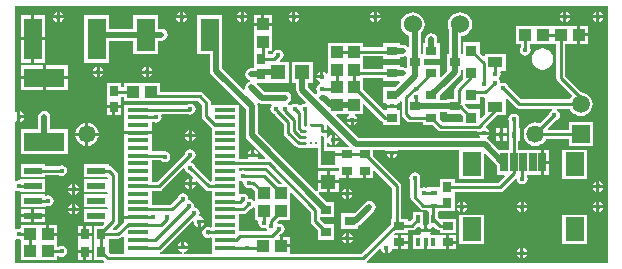
<source format=gtl>
G04 Layer_Physical_Order=1*
G04 Layer_Color=255*
%FSLAX25Y25*%
%MOIN*%
G70*
G01*
G75*
%ADD10R,0.04000X0.04000*%
%ADD11R,0.02756X0.03543*%
%ADD12R,0.04000X0.04000*%
%ADD13R,0.05000X0.03600*%
%ADD14R,0.03600X0.03600*%
%ADD15R,0.03543X0.03150*%
%ADD16R,0.01181X0.02953*%
%ADD17R,0.02756X0.03543*%
%ADD18R,0.06102X0.02362*%
%ADD19R,0.05000X0.05000*%
%ADD20R,0.03543X0.02756*%
%ADD21R,0.00984X0.01083*%
%ADD22R,0.01083X0.00984*%
%ADD23R,0.01575X0.02362*%
%ADD24R,0.07087X0.01181*%
%ADD25R,0.06299X0.11024*%
%ADD26R,0.05000X0.05000*%
%ADD27R,0.02362X0.01575*%
%ADD28R,0.06299X0.13780*%
%ADD29R,0.13780X0.06299*%
%ADD30R,0.06299X0.07874*%
%ADD31R,0.02756X0.06299*%
%ADD32C,0.01000*%
%ADD33C,0.01969*%
%ADD34C,0.06000*%
%ADD35C,0.05787*%
%ADD36R,0.05906X0.05906*%
%ADD37C,0.05906*%
%ADD38C,0.01600*%
G36*
X145184Y50715D02*
X149990D01*
X150528Y50177D01*
Y47982D01*
X143812D01*
X142853Y48941D01*
Y51266D01*
X145184D01*
Y50715D01*
D02*
G37*
G36*
X157828Y56040D02*
X157828Y56040D01*
X157828D01*
X157828Y56040D01*
Y50591D01*
X156590Y49353D01*
X156128Y49544D01*
Y52340D01*
X152691D01*
X151253Y53778D01*
X151444Y54240D01*
X156128D01*
Y56471D01*
X157661D01*
X157828Y56040D01*
D02*
G37*
G36*
X90197Y27762D02*
X90005Y27300D01*
X89183D01*
X85202Y31281D01*
X84706Y31613D01*
X84121Y31729D01*
X78151D01*
X77902Y31896D01*
X77200Y32035D01*
X76498Y31896D01*
X76418Y31842D01*
X75977Y32078D01*
Y32760D01*
X85199D01*
X90197Y27762D01*
D02*
G37*
G36*
X82691Y54331D02*
X83465Y54177D01*
X86699D01*
X86844Y53798D01*
X86868Y53677D01*
X86484Y53102D01*
X86345Y52400D01*
X86484Y51698D01*
X86882Y51102D01*
X87478Y50704D01*
X87771Y50646D01*
X87823Y50594D01*
X88009Y50316D01*
X90898Y47427D01*
Y44447D01*
X91014Y43861D01*
X91346Y43365D01*
X94745Y39966D01*
X95241Y39634D01*
X95826Y39518D01*
X97830D01*
X98307Y39506D01*
Y39506D01*
X102195D01*
Y32705D01*
X109195Y32705D01*
X109224Y32217D01*
Y32193D01*
X109195Y31705D01*
X108724Y31705D01*
X106195D01*
Y28705D01*
X109195D01*
Y28949D01*
X109224Y29437D01*
X109695Y29437D01*
X111496D01*
Y31815D01*
X112496D01*
Y29437D01*
X114525D01*
X114896Y29437D01*
X115267Y29437D01*
X117297D01*
Y31815D01*
X118297D01*
Y29437D01*
X120568D01*
Y31739D01*
X121030Y31931D01*
X126971Y25990D01*
Y15891D01*
X126662D01*
Y14224D01*
X116567Y4129D01*
X93100D01*
Y6400D01*
X90100D01*
Y6900D01*
X89600D01*
Y9900D01*
X89516D01*
X89325Y10362D01*
X89709Y10746D01*
X90002Y10804D01*
X90598Y11202D01*
X90996Y11798D01*
X91135Y12500D01*
X90996Y13202D01*
X90598Y13798D01*
X90002Y14196D01*
X89300Y14335D01*
X88833Y14242D01*
X88587Y14703D01*
X89183Y15300D01*
X93001D01*
Y21300D01*
Y24305D01*
X93463Y24496D01*
X99871Y18088D01*
Y14926D01*
X99987Y14341D01*
X100319Y13845D01*
X102195Y11969D01*
Y8785D01*
X107738D01*
Y13935D01*
X104554D01*
X102929Y15560D01*
Y16265D01*
X107738D01*
Y21415D01*
X105253D01*
X102463Y24205D01*
X102670Y24705D01*
X105195D01*
Y27705D01*
X102195D01*
Y25180D01*
X101695Y24973D01*
X82223Y44445D01*
Y53300D01*
X82069Y54074D01*
X81984Y54202D01*
X82345Y54562D01*
X82691Y54331D01*
D02*
G37*
G36*
X198780Y1220D02*
X118690D01*
X118483Y1720D01*
X122789Y6027D01*
X123332Y5862D01*
X123404Y5498D01*
X123802Y4902D01*
X124398Y4504D01*
X124600Y4464D01*
Y6200D01*
X125600D01*
Y4464D01*
X125802Y4504D01*
X126398Y4902D01*
X126796Y5498D01*
X126821Y5624D01*
X128933D01*
Y8002D01*
Y10379D01*
X127950D01*
X127740Y10857D01*
X127964Y11135D01*
X132205D01*
Y11984D01*
X133567D01*
X134152Y12100D01*
X134649Y12432D01*
X135321Y13104D01*
X136217D01*
X136485Y12604D01*
X136464Y12500D01*
X137700D01*
Y13757D01*
X137225Y14069D01*
Y18057D01*
X134044D01*
Y16153D01*
X132934Y15043D01*
X132205D01*
Y15891D01*
X130029D01*
Y26624D01*
X129913Y27209D01*
X129581Y27705D01*
X120568Y36718D01*
Y38661D01*
X124669D01*
X124884Y38400D01*
X128842D01*
X129057Y38661D01*
X149394D01*
Y28976D01*
X157693D01*
Y37349D01*
X158155Y37540D01*
X161992Y33703D01*
Y30550D01*
X164434D01*
X164626Y30088D01*
X162353Y27816D01*
X147786D01*
Y29049D01*
X143030D01*
Y26293D01*
X138845D01*
Y26276D01*
X138345Y26106D01*
X138202Y26201D01*
X137500Y26341D01*
X136798Y26201D01*
X136629Y26089D01*
X136129Y26356D01*
Y28549D01*
X136296Y28798D01*
X136435Y29500D01*
X136296Y30202D01*
X135898Y30798D01*
X135302Y31196D01*
X134600Y31335D01*
X133898Y31196D01*
X133302Y30798D01*
X132904Y30202D01*
X132765Y29500D01*
X132904Y28798D01*
X133071Y28549D01*
Y23000D01*
X133187Y22415D01*
X133519Y21919D01*
X136344Y19093D01*
X136840Y18762D01*
X137425Y18645D01*
X138452D01*
X138845Y18387D01*
X139162Y18047D01*
Y14078D01*
X138700Y13769D01*
Y12500D01*
X139936D01*
X139915Y12604D01*
X140183Y13104D01*
X141066D01*
X141738Y12432D01*
X142234Y12100D01*
X142810Y11986D01*
Y11135D01*
X148353D01*
Y15891D01*
X142810D01*
X142810Y15891D01*
Y15891D01*
X142404Y16113D01*
X142343Y16163D01*
Y18057D01*
X142706Y18387D01*
X147786D01*
Y23505D01*
Y24757D01*
X162987D01*
X163572Y24874D01*
X164068Y25205D01*
X167977Y29114D01*
X168515Y28945D01*
X168604Y28498D01*
X169002Y27902D01*
X169598Y27504D01*
X170300Y27365D01*
X171002Y27504D01*
X171598Y27902D01*
X171996Y28498D01*
X172135Y29200D01*
X171996Y29902D01*
X171897Y30050D01*
X172063Y30550D01*
X176469D01*
Y34700D01*
Y38850D01*
X169049D01*
Y41619D01*
X169520D01*
Y45981D01*
X169129D01*
Y48049D01*
X169296Y48298D01*
X169435Y49000D01*
X169296Y49702D01*
X168898Y50298D01*
X168302Y50696D01*
X167600Y50835D01*
X166898Y50696D01*
X166302Y50298D01*
X165904Y49702D01*
X165765Y49000D01*
X165904Y48298D01*
X166071Y48049D01*
Y45981D01*
X165945D01*
Y41619D01*
X165990D01*
Y38850D01*
X162567D01*
X159302Y42115D01*
X158761Y42476D01*
X158694Y42887D01*
X158718Y43049D01*
X158798Y43102D01*
X159196Y43698D01*
X159236Y43900D01*
X155764D01*
X155804Y43698D01*
X156132Y43207D01*
X155962Y42707D01*
X115917D01*
X108318Y50306D01*
X108509Y50768D01*
X112591D01*
X112743Y50268D01*
X112338Y49998D01*
X111940Y49402D01*
X111900Y49200D01*
X115372D01*
X115331Y49402D01*
X114934Y49998D01*
X114529Y50268D01*
X114680Y50768D01*
X117301D01*
Y53952D01*
X117763Y54144D01*
X123439Y48468D01*
X123935Y48136D01*
X124091Y48105D01*
Y46975D01*
X129635D01*
Y52124D01*
X128779D01*
X128573Y52510D01*
X128566Y52624D01*
X128599Y52790D01*
X125127D01*
X125160Y52624D01*
X125153Y52510D01*
X124946Y52124D01*
X124108D01*
X117301Y58931D01*
Y62808D01*
X124091D01*
Y61763D01*
X129395D01*
X129602Y61263D01*
X127943Y59605D01*
X124091D01*
Y54455D01*
X124946D01*
X125153Y54069D01*
X125160Y53955D01*
X125127Y53790D01*
X128599D01*
X128566Y53955D01*
X128573Y54069D01*
X128779Y54455D01*
X129635D01*
Y55085D01*
X129667Y55150D01*
X130149Y54860D01*
Y50722D01*
X130265Y50137D01*
X130596Y49641D01*
X131769Y48468D01*
X132265Y48136D01*
X132851Y48020D01*
X137310D01*
Y46975D01*
X140493D01*
X142097Y45371D01*
X142593Y45039D01*
X143178Y44923D01*
X155375D01*
X155393Y44900D01*
X159236D01*
X159196Y45102D01*
X158798Y45698D01*
X158300Y46030D01*
X158142Y46579D01*
X162003Y50440D01*
X164828D01*
Y55602D01*
X165328Y55809D01*
X168159Y52978D01*
X168656Y52646D01*
X169241Y52530D01*
X180212D01*
X180299Y52030D01*
X179802Y51698D01*
X179404Y51102D01*
X179346Y50809D01*
X176164Y47627D01*
X175761Y47793D01*
X174744Y47927D01*
X173728Y47793D01*
X172780Y47401D01*
X171967Y46777D01*
X171343Y45964D01*
X170951Y45017D01*
X170817Y44000D01*
X170951Y42983D01*
X171343Y42036D01*
X171967Y41223D01*
X172780Y40599D01*
X173728Y40207D01*
X174744Y40073D01*
X175761Y40207D01*
X176708Y40599D01*
X177521Y41223D01*
X178145Y42036D01*
X178325Y42471D01*
X185881D01*
Y40106D01*
X193787D01*
Y48012D01*
X185881D01*
Y45529D01*
X179046D01*
X178854Y45991D01*
X181509Y48646D01*
X181802Y48704D01*
X182398Y49102D01*
X182796Y49698D01*
X182935Y50400D01*
X182796Y51102D01*
X182398Y51698D01*
X181901Y52030D01*
X181988Y52530D01*
X186189D01*
X186381Y52066D01*
X187015Y51240D01*
X187841Y50606D01*
X188802Y50208D01*
X189834Y50072D01*
X190866Y50208D01*
X191828Y50606D01*
X192653Y51240D01*
X193287Y52066D01*
X193685Y53027D01*
X193821Y54059D01*
X193685Y55091D01*
X193287Y56053D01*
X192653Y56878D01*
X191828Y57512D01*
X190866Y57910D01*
X190015Y58022D01*
X184729Y63307D01*
Y74100D01*
X188700D01*
Y77100D01*
Y80100D01*
X168399D01*
Y74100D01*
X169870D01*
Y72951D01*
X169703Y72702D01*
X169564Y72000D01*
X169703Y71298D01*
X170101Y70702D01*
X170697Y70304D01*
X171399Y70165D01*
X172101Y70304D01*
X172697Y70702D01*
X173095Y71298D01*
X173234Y72000D01*
X173095Y72702D01*
X172928Y72951D01*
Y74100D01*
X181671D01*
Y62674D01*
X181787Y62089D01*
X182119Y61592D01*
X186936Y56775D01*
X186381Y56053D01*
X186189Y55588D01*
X169874D01*
X165754Y59709D01*
X165696Y60002D01*
X165298Y60598D01*
X164702Y60996D01*
X164000Y61135D01*
X163614Y61059D01*
X163247Y61090D01*
X163071Y61422D01*
X162996Y61802D01*
X162642Y62331D01*
X162594Y62548D01*
Y62752D01*
X162642Y62969D01*
X162996Y63498D01*
X163135Y64200D01*
X163030Y64728D01*
X163285Y65148D01*
X163379Y65228D01*
X164828D01*
Y70828D01*
X157828D01*
Y70144D01*
X157366Y69953D01*
X156128Y71191D01*
Y74628D01*
X150528D01*
Y70653D01*
X149978D01*
Y76614D01*
X150651Y76703D01*
X151624Y77106D01*
X152459Y77747D01*
X153100Y78583D01*
X153503Y79556D01*
X153641Y80600D01*
X153503Y81644D01*
X153100Y82617D01*
X152459Y83453D01*
X151624Y84094D01*
X150651Y84497D01*
X149606Y84635D01*
X148562Y84497D01*
X147589Y84094D01*
X146754Y83453D01*
X146112Y82617D01*
X145709Y81644D01*
X145572Y80600D01*
X145709Y79556D01*
X145941Y78995D01*
X145932Y78949D01*
Y70653D01*
X145184D01*
Y65503D01*
X145184D01*
X145333Y65143D01*
X143315Y63125D01*
X142853Y63316D01*
Y66913D01*
X137509D01*
Y69243D01*
X142853D01*
Y74393D01*
X142104D01*
Y75600D01*
X141950Y76374D01*
X141512Y77031D01*
X140856Y77469D01*
X140081Y77623D01*
X139307Y77469D01*
X138651Y77031D01*
X138212Y76374D01*
X138058Y75600D01*
Y74393D01*
X137310D01*
Y70653D01*
X136760D01*
Y77811D01*
X137352Y78583D01*
X137755Y79556D01*
X137893Y80600D01*
X137755Y81644D01*
X137352Y82617D01*
X136711Y83453D01*
X135875Y84094D01*
X134903Y84497D01*
X133858Y84635D01*
X132814Y84497D01*
X131841Y84094D01*
X131005Y83453D01*
X130364Y82617D01*
X129961Y81644D01*
X129824Y80600D01*
X129961Y79556D01*
X130364Y78583D01*
X131005Y77747D01*
X131841Y77106D01*
X132714Y76744D01*
Y73126D01*
X132214Y72974D01*
X132031Y73249D01*
X131374Y73687D01*
X130600Y73841D01*
X129635D01*
Y74393D01*
X124091D01*
Y73099D01*
X117301D01*
Y74569D01*
X105500D01*
Y68569D01*
Y64347D01*
X105000Y64195D01*
X104798Y64498D01*
X104202Y64896D01*
X104000Y64936D01*
Y63200D01*
X103500D01*
Y62700D01*
X101764D01*
X101804Y62498D01*
X102202Y61902D01*
X102798Y61504D01*
X103047Y61455D01*
Y60945D01*
X102798Y60896D01*
X102202Y60498D01*
X101804Y59902D01*
X101665Y59200D01*
X101804Y58498D01*
X102009Y58192D01*
X102058Y57735D01*
X101802Y57402D01*
X101262Y57362D01*
X99052Y59572D01*
Y61200D01*
X100529D01*
Y68200D01*
X93529D01*
Y61200D01*
X95006D01*
Y58734D01*
X95160Y57960D01*
X95598Y57303D01*
X98242Y54659D01*
X97996Y54198D01*
X97810Y54235D01*
X97108Y54096D01*
X96512Y53698D01*
X96455Y53612D01*
X95955D01*
X95898Y53698D01*
X95302Y54096D01*
X94600Y54235D01*
X93898Y54096D01*
X93302Y53698D01*
X93245Y53612D01*
X92756D01*
X92730Y53635D01*
X92688Y53698D01*
X92570Y53776D01*
X92382Y53943D01*
X92402Y54490D01*
X92821Y54769D01*
X93259Y55426D01*
X93413Y56200D01*
X93259Y56974D01*
X92821Y57631D01*
X92164Y58069D01*
X91390Y58223D01*
X84303D01*
X81826Y60700D01*
X82033Y61200D01*
X92529D01*
Y68200D01*
X89758D01*
X89709Y68700D01*
X89731Y68704D01*
X90326Y69102D01*
X90724Y69698D01*
X90864Y70400D01*
X90724Y71102D01*
X90326Y71698D01*
X89731Y72096D01*
X89029Y72235D01*
X88326Y72096D01*
X87731Y71698D01*
X87333Y71102D01*
X87275Y70809D01*
X87085Y70619D01*
X85706D01*
Y71662D01*
X86928D01*
Y77662D01*
Y80162D01*
X83928D01*
Y80662D01*
D01*
Y80162D01*
X80928D01*
Y77662D01*
Y71662D01*
X80950D01*
Y65995D01*
X80065D01*
X79290Y65841D01*
X78634Y65402D01*
X78196Y64746D01*
X78042Y63972D01*
X78196Y63197D01*
X78634Y62541D01*
X79290Y62103D01*
X79601Y62041D01*
Y61531D01*
X79290Y61469D01*
X78634Y61031D01*
X78196Y60374D01*
X78042Y59600D01*
X78091Y59352D01*
X77693Y58790D01*
X77587Y58774D01*
X70323Y66038D01*
Y74980D01*
X70280Y75200D01*
Y83662D01*
X61980D01*
Y70639D01*
X66277D01*
Y65200D01*
X66431Y64426D01*
X66869Y63769D01*
X78177Y52462D01*
Y43606D01*
X78331Y42832D01*
X78769Y42176D01*
X84665Y36280D01*
X84474Y35818D01*
X82553D01*
X82292Y36230D01*
X82300Y36318D01*
X82336Y36500D01*
X78864D01*
X78900Y36318D01*
X78908Y36230D01*
X78647Y35818D01*
X75977D01*
Y40376D01*
Y42935D01*
Y45494D01*
Y48053D01*
Y50612D01*
Y53793D01*
X66891D01*
X66629Y54185D01*
Y54400D01*
X66513Y54985D01*
X66181Y55481D01*
X63881Y57781D01*
X63385Y58113D01*
X62800Y58229D01*
X49757D01*
Y61100D01*
X37757D01*
Y59629D01*
X36578D01*
Y61100D01*
X31822D01*
Y55557D01*
Y53710D01*
X34200D01*
X36578D01*
Y56571D01*
X37757D01*
Y55100D01*
X49757D01*
Y55171D01*
X62167D01*
X63571Y53767D01*
Y50023D01*
X63687Y49437D01*
X64019Y48941D01*
X66891Y46069D01*
Y42935D01*
Y40376D01*
Y37817D01*
Y35258D01*
Y32699D01*
Y28268D01*
X66391Y28194D01*
X61478Y33107D01*
X61419Y33400D01*
X61021Y33995D01*
X60426Y34393D01*
X59976Y34483D01*
X59818Y34985D01*
X60136Y35347D01*
X60426Y35404D01*
X61021Y35802D01*
X61419Y36398D01*
X61559Y37100D01*
X61419Y37802D01*
X61021Y38398D01*
X60426Y38796D01*
X59724Y38935D01*
X59021Y38796D01*
X58426Y38398D01*
X58028Y37802D01*
X57970Y37509D01*
X48602Y28141D01*
X46843D01*
Y32699D01*
Y35319D01*
X49825D01*
X49902Y35202D01*
X50498Y34804D01*
X51200Y34665D01*
X51902Y34804D01*
X52498Y35202D01*
X52896Y35798D01*
X53035Y36500D01*
X52896Y37202D01*
X52498Y37798D01*
X51902Y38196D01*
X51200Y38335D01*
X51132Y38322D01*
X50852Y38377D01*
X46843D01*
Y42935D01*
Y44025D01*
X37757D01*
Y42935D01*
Y40376D01*
Y37817D01*
Y35258D01*
Y32699D01*
Y30139D01*
Y27580D01*
Y25021D01*
Y22462D01*
Y19903D01*
Y17344D01*
Y16876D01*
X42300D01*
Y15876D01*
X37757D01*
Y14832D01*
X35117Y12192D01*
X34001D01*
X33810Y12654D01*
X35181Y14026D01*
X35513Y14522D01*
X35629Y15107D01*
Y30400D01*
X35513Y30985D01*
X35181Y31481D01*
X33704Y32959D01*
X33208Y33290D01*
X32623Y33407D01*
X32481D01*
Y34058D01*
X24379D01*
Y29696D01*
X32053D01*
X32241Y29377D01*
X32053Y29059D01*
X24379D01*
Y24696D01*
X32053D01*
X32241Y24377D01*
X32053Y24058D01*
X24379D01*
Y19696D01*
X32053D01*
X32241Y19377D01*
X32053Y19059D01*
X24379D01*
Y14696D01*
X30873D01*
X31065Y14234D01*
X30265Y13434D01*
X27725D01*
Y7891D01*
X27725D01*
Y7633D01*
X27725D01*
Y2090D01*
X30712D01*
X31082Y1720D01*
X30875Y1220D01*
X1220D01*
Y8896D01*
X1720Y9163D01*
X1898Y9045D01*
X2600Y8905D01*
X2732Y8931D01*
X3119Y8614D01*
Y1939D01*
X15119D01*
Y3410D01*
X15849D01*
X16098Y3244D01*
X16800Y3104D01*
X17502Y3244D01*
X18098Y3641D01*
X18496Y4237D01*
X18635Y4939D01*
X18496Y5641D01*
X18098Y6237D01*
X17502Y6635D01*
X16800Y6774D01*
X16098Y6635D01*
X15849Y6469D01*
X15119D01*
Y7740D01*
Y10240D01*
X12119D01*
Y10740D01*
X11619D01*
Y13740D01*
X3119D01*
Y12866D01*
X2732Y12549D01*
X2600Y12575D01*
X1898Y12436D01*
X1720Y12317D01*
X1220Y12585D01*
Y25033D01*
X1720Y25300D01*
X1898Y25182D01*
X2600Y25042D01*
X2732Y25068D01*
X3119Y24751D01*
Y24696D01*
X11221D01*
Y29059D01*
X3119D01*
Y29004D01*
X2732Y28686D01*
X2600Y28713D01*
X1898Y28573D01*
X1720Y28454D01*
X1220Y28722D01*
Y48056D01*
X1720Y48323D01*
X1898Y48204D01*
X2100Y48164D01*
Y49900D01*
Y51636D01*
X1898Y51596D01*
X1720Y51477D01*
X1220Y51744D01*
Y86780D01*
X198780D01*
Y1220D01*
D02*
G37*
G36*
X76498Y28504D02*
X76957Y28413D01*
X77370Y27928D01*
X77365Y27900D01*
X77504Y27198D01*
X77902Y26602D01*
X78498Y26204D01*
X79200Y26065D01*
X79902Y26204D01*
X80040Y26297D01*
X81200Y25137D01*
Y21847D01*
X80700Y21695D01*
X80498Y21998D01*
X79902Y22396D01*
X79200Y22535D01*
X79016Y22499D01*
X78896Y23102D01*
X78498Y23698D01*
X77902Y24096D01*
X77200Y24235D01*
X76498Y24096D01*
X76418Y24042D01*
X75977Y24278D01*
Y28322D01*
X76418Y28558D01*
X76498Y28504D01*
D02*
G37*
G36*
X131965Y69814D02*
Y66342D01*
X131524Y66107D01*
X131374Y66207D01*
X130600Y66361D01*
X129635D01*
Y66913D01*
X124091D01*
Y65867D01*
X117301D01*
Y70040D01*
X124091D01*
Y69243D01*
X129635D01*
Y69795D01*
X130600D01*
X131374Y69949D01*
X131524Y70049D01*
X131965Y69814D01*
D02*
G37*
G36*
X81200Y19553D02*
Y15300D01*
X82014D01*
X82424Y14800D01*
X82365Y14500D01*
X82504Y13798D01*
X82902Y13202D01*
X83498Y12804D01*
X84200Y12665D01*
X84902Y12804D01*
X84995Y12646D01*
X85004Y12598D01*
X85259Y12217D01*
X84998Y11717D01*
X76318D01*
X75977Y11997D01*
Y14785D01*
Y17405D01*
X77435D01*
X78020Y17522D01*
X78516Y17853D01*
X79609Y18946D01*
X79902Y19004D01*
X80498Y19402D01*
X80700Y19705D01*
X81200Y19553D01*
D02*
G37*
G36*
X150528Y62291D02*
X148119Y59881D01*
X147787Y59385D01*
X147671Y58800D01*
Y55864D01*
X145184D01*
Y55313D01*
X142853D01*
Y56940D01*
X146231Y60318D01*
X146231Y60318D01*
X149386Y63473D01*
X149825Y64130D01*
X149978Y64904D01*
Y65503D01*
X150528D01*
Y62291D01*
D02*
G37*
G36*
X112735Y40167D02*
X112543Y39705D01*
X109224D01*
Y39705D01*
X109195D01*
Y39705D01*
X105277D01*
Y41177D01*
X105777Y41289D01*
X106102Y40802D01*
X106698Y40404D01*
X106900Y40364D01*
Y42100D01*
Y43836D01*
X106698Y43796D01*
X106102Y43398D01*
X105777Y42911D01*
X105277Y43023D01*
Y44508D01*
X103923D01*
X103736Y44545D01*
Y45484D01*
X105277D01*
Y46971D01*
X105739Y47162D01*
X112735Y40167D01*
D02*
G37*
G36*
X57939Y32445D02*
X58028Y31995D01*
X58426Y31400D01*
X59021Y31002D01*
X59315Y30944D01*
X60633Y29625D01*
X60548Y29449D01*
X60338Y29213D01*
X60224Y29236D01*
Y28000D01*
X61459D01*
X61437Y28115D01*
X61673Y28324D01*
X61849Y28409D01*
X64728Y25530D01*
X65224Y25199D01*
X65810Y25082D01*
X66891D01*
Y22462D01*
Y19903D01*
Y17344D01*
Y12960D01*
X66391Y12827D01*
X66202Y12953D01*
X65500Y13093D01*
X64798Y12953D01*
X64202Y12555D01*
X63804Y11960D01*
X63665Y11258D01*
X63804Y10555D01*
X64202Y9960D01*
X64798Y9562D01*
X65500Y9422D01*
X66202Y9562D01*
X66391Y9688D01*
X66436Y9686D01*
X66891Y9555D01*
Y7108D01*
Y4549D01*
X66696Y4129D01*
X57574D01*
X57525Y4629D01*
X57902Y4704D01*
X58498Y5102D01*
X58896Y5698D01*
X58936Y5900D01*
X55464D01*
X55504Y5698D01*
X55902Y5102D01*
X56498Y4704D01*
X56875Y4629D01*
X56826Y4129D01*
X49510D01*
X49461Y4629D01*
X49948Y4726D01*
X50444Y5058D01*
X60376Y14989D01*
X60577Y14953D01*
X60886Y14793D01*
X61004Y14198D01*
X61402Y13602D01*
X61998Y13204D01*
X62200Y13164D01*
Y14900D01*
X62700D01*
Y15400D01*
X64436D01*
X64396Y15602D01*
X63998Y16198D01*
X63402Y16596D01*
X63034Y16669D01*
X62730Y17084D01*
X62739Y17198D01*
X62859Y17800D01*
X62719Y18502D01*
X62321Y19098D01*
X61726Y19496D01*
X61354Y19570D01*
X60969Y19960D01*
X60942Y20123D01*
X60947Y20150D01*
X60807Y20852D01*
X60409Y21448D01*
X59814Y21846D01*
X59112Y21985D01*
X58963Y22135D01*
X59035Y22500D01*
X58896Y23202D01*
X58498Y23798D01*
X57902Y24196D01*
X57200Y24335D01*
X56498Y24196D01*
X55902Y23798D01*
X55504Y23202D01*
X55446Y22909D01*
X53001Y20464D01*
X46843D01*
Y25082D01*
X49235D01*
X49821Y25199D01*
X50317Y25530D01*
X57401Y32614D01*
X57939Y32445D01*
D02*
G37*
G36*
X37757Y9853D02*
Y7108D01*
Y4549D01*
X37562Y4129D01*
X32998D01*
X32481Y4647D01*
Y7633D01*
X32481D01*
Y7891D01*
X32481D01*
Y9133D01*
X35751D01*
X36336Y9250D01*
X36832Y9581D01*
X37295Y10044D01*
X37757Y9853D01*
D02*
G37*
%LPC*%
G36*
X111496Y23600D02*
X110260D01*
X110300Y23398D01*
X110698Y22802D01*
X111293Y22404D01*
X111496Y22364D01*
Y23600D01*
D02*
G37*
G36*
X113732D02*
X112496D01*
Y22364D01*
X112698Y22404D01*
X113293Y22802D01*
X113691Y23398D01*
X113732Y23600D01*
D02*
G37*
G36*
X109195Y27705D02*
X106195D01*
Y24705D01*
X109195D01*
Y27705D01*
D02*
G37*
G36*
X105195Y31705D02*
X102195D01*
Y28705D01*
X105195D01*
Y31705D01*
D02*
G37*
G36*
X111496Y25836D02*
X111293Y25796D01*
X110698Y25398D01*
X110300Y24802D01*
X110260Y24600D01*
X111496D01*
Y25836D01*
D02*
G37*
G36*
X112496D02*
Y24600D01*
X113732D01*
X113691Y24802D01*
X113293Y25398D01*
X112698Y25796D01*
X112496Y25836D01*
D02*
G37*
G36*
X93100Y9900D02*
X90600D01*
Y7400D01*
X93100D01*
Y9900D01*
D02*
G37*
G36*
X111600Y8900D02*
X110364D01*
X110404Y8698D01*
X110802Y8102D01*
X111398Y7704D01*
X111600Y7664D01*
Y8900D01*
D02*
G37*
G36*
X113836D02*
X112600D01*
Y7664D01*
X112802Y7704D01*
X113398Y8102D01*
X113796Y8698D01*
X113836Y8900D01*
D02*
G37*
G36*
X111600Y11136D02*
X111398Y11096D01*
X110802Y10698D01*
X110404Y10102D01*
X110364Y9900D01*
X111600D01*
Y11136D01*
D02*
G37*
G36*
X112600D02*
Y9900D01*
X113836D01*
X113796Y10102D01*
X113398Y10698D01*
X112802Y11096D01*
X112600Y11136D01*
D02*
G37*
G36*
X119437Y21823D02*
X118663Y21669D01*
X118006Y21231D01*
X114451Y17675D01*
X110069D01*
Y12525D01*
X115612D01*
Y13298D01*
X116168Y13669D01*
X120868Y18369D01*
X121306Y19026D01*
X121460Y19800D01*
X121306Y20574D01*
X120868Y21231D01*
X120211Y21669D01*
X119437Y21823D01*
D02*
G37*
G36*
X179347Y34200D02*
X177469D01*
Y30550D01*
X179347D01*
Y34200D01*
D02*
G37*
G36*
Y38850D02*
X177469D01*
Y35200D01*
X179347D01*
Y38850D01*
D02*
G37*
G36*
X196100Y21536D02*
Y20300D01*
X197336D01*
X197296Y20502D01*
X196898Y21098D01*
X196302Y21496D01*
X196100Y21536D01*
D02*
G37*
G36*
X22536Y25100D02*
X21300D01*
Y23864D01*
X21502Y23904D01*
X22098Y24302D01*
X22496Y24898D01*
X22536Y25100D01*
D02*
G37*
G36*
X20300D02*
X19064D01*
X19104Y24898D01*
X19502Y24302D01*
X20098Y23904D01*
X20300Y23864D01*
Y25100D01*
D02*
G37*
G36*
X195100Y21536D02*
X194898Y21496D01*
X194302Y21098D01*
X193904Y20502D01*
X193864Y20300D01*
X195100D01*
Y21536D01*
D02*
G37*
G36*
X149704D02*
X149502Y21496D01*
X148906Y21098D01*
X148508Y20502D01*
X148468Y20300D01*
X149704D01*
Y21536D01*
D02*
G37*
G36*
X11221Y24058D02*
X3119D01*
Y19696D01*
X11221D01*
Y19899D01*
X11693Y20179D01*
X11721Y20177D01*
X12400Y20042D01*
X13102Y20182D01*
X13698Y20580D01*
X14096Y21175D01*
X14235Y21877D01*
X14096Y22580D01*
X13698Y23175D01*
X13102Y23573D01*
X12400Y23713D01*
X11721Y23578D01*
X11693Y23576D01*
X11221Y23856D01*
Y24058D01*
D02*
G37*
G36*
X21300Y20736D02*
Y19500D01*
X22536D01*
X22496Y19702D01*
X22098Y20298D01*
X21502Y20696D01*
X21300Y20736D01*
D02*
G37*
G36*
X150704Y21536D02*
Y20300D01*
X151940D01*
X151900Y20502D01*
X151502Y21098D01*
X150906Y21496D01*
X150704Y21536D01*
D02*
G37*
G36*
X126363Y37400D02*
X125127D01*
X125167Y37198D01*
X125565Y36602D01*
X126161Y36204D01*
X126363Y36164D01*
Y37400D01*
D02*
G37*
G36*
X170800Y21536D02*
Y20300D01*
X172036D01*
X171996Y20502D01*
X171598Y21098D01*
X171002Y21496D01*
X170800Y21536D01*
D02*
G37*
G36*
X169800D02*
X169598Y21496D01*
X169002Y21098D01*
X168604Y20502D01*
X168564Y20300D01*
X169800D01*
Y21536D01*
D02*
G37*
G36*
X197336Y26100D02*
X196100D01*
Y24864D01*
X196302Y24904D01*
X196898Y25302D01*
X197296Y25898D01*
X197336Y26100D01*
D02*
G37*
G36*
X195100D02*
X193864D01*
X193904Y25898D01*
X194302Y25302D01*
X194898Y24904D01*
X195100Y24864D01*
Y26100D01*
D02*
G37*
G36*
Y28336D02*
X194898Y28296D01*
X194302Y27898D01*
X193904Y27302D01*
X193864Y27100D01*
X195100D01*
Y28336D01*
D02*
G37*
G36*
X21300Y27336D02*
Y26100D01*
X22536D01*
X22496Y26302D01*
X22098Y26898D01*
X21502Y27296D01*
X21300Y27336D01*
D02*
G37*
G36*
X20300D02*
X20098Y27296D01*
X19502Y26898D01*
X19104Y26302D01*
X19064Y26100D01*
X20300D01*
Y27336D01*
D02*
G37*
G36*
X11221Y34058D02*
X3119D01*
Y29696D01*
X11221D01*
Y30348D01*
X15849D01*
X16098Y30182D01*
X16800Y30042D01*
X17502Y30182D01*
X18098Y30580D01*
X18496Y31175D01*
X18635Y31877D01*
X18496Y32580D01*
X18098Y33175D01*
X17502Y33573D01*
X16800Y33713D01*
X16098Y33573D01*
X15849Y33407D01*
X11221D01*
Y34058D01*
D02*
G37*
G36*
X191945Y38850D02*
X183646D01*
Y28976D01*
X191945D01*
Y38850D01*
D02*
G37*
G36*
X196100Y28336D02*
Y27100D01*
X197336D01*
X197296Y27302D01*
X196898Y27898D01*
X196302Y28296D01*
X196100Y28336D01*
D02*
G37*
G36*
X20300Y20736D02*
X20098Y20696D01*
X19502Y20298D01*
X19104Y19702D01*
X19064Y19500D01*
X20300D01*
Y20736D01*
D02*
G37*
G36*
X157693Y17196D02*
X149394D01*
Y7322D01*
X157693D01*
Y17196D01*
D02*
G37*
G36*
X191945D02*
X183646D01*
Y7322D01*
X191945D01*
Y17196D01*
D02*
G37*
G36*
X146081Y10379D02*
Y8502D01*
X148353D01*
Y10379D01*
X146081D01*
D02*
G37*
G36*
X132205D02*
X129933D01*
Y8502D01*
X132205D01*
Y10379D01*
D02*
G37*
G36*
X148353Y7502D02*
X146081D01*
Y5624D01*
X148353D01*
Y7502D01*
D02*
G37*
G36*
X169700Y3900D02*
X168464D01*
X168504Y3698D01*
X168902Y3102D01*
X169498Y2704D01*
X169700Y2664D01*
Y3900D01*
D02*
G37*
G36*
X171936D02*
X170700D01*
Y2664D01*
X170902Y2704D01*
X171498Y3102D01*
X171896Y3698D01*
X171936Y3900D01*
D02*
G37*
G36*
X24091Y4362D02*
X22213D01*
Y2090D01*
X24091D01*
Y4362D01*
D02*
G37*
G36*
X26969D02*
X25091D01*
Y2090D01*
X26969D01*
Y4362D01*
D02*
G37*
G36*
X169700Y6136D02*
X169498Y6096D01*
X168902Y5698D01*
X168504Y5102D01*
X168464Y4900D01*
X169700D01*
Y6136D01*
D02*
G37*
G36*
X139936Y11500D02*
X136464D01*
X136504Y11298D01*
X136652Y11076D01*
X136385Y10576D01*
X134044D01*
Y5624D01*
X137693D01*
Y8100D01*
X138693D01*
Y5624D01*
X142310D01*
X142343Y5624D01*
X142810D01*
X142843Y5624D01*
X145081D01*
Y8002D01*
Y10379D01*
X142843D01*
X142810Y10379D01*
X142343Y10460D01*
Y10576D01*
X140015D01*
X139748Y11076D01*
X139896Y11298D01*
X139936Y11500D01*
D02*
G37*
G36*
X132205Y7502D02*
X129933D01*
Y5624D01*
X132205D01*
Y7502D01*
D02*
G37*
G36*
X170700Y6136D02*
Y4900D01*
X171936D01*
X171896Y5102D01*
X171498Y5698D01*
X170902Y6096D01*
X170700Y6136D01*
D02*
G37*
G36*
X26969Y10163D02*
X24591D01*
X22213D01*
Y8134D01*
X22213Y7762D01*
X22213Y7391D01*
Y5362D01*
X24591D01*
X26969D01*
Y7391D01*
X26969Y7762D01*
X26969Y8134D01*
Y10163D01*
D02*
G37*
G36*
X11221Y19059D02*
X7670D01*
Y17377D01*
X11221D01*
Y19059D01*
D02*
G37*
G36*
X149704Y19300D02*
X148468D01*
X148508Y19098D01*
X148906Y18502D01*
X149502Y18104D01*
X149704Y18064D01*
Y19300D01*
D02*
G37*
G36*
X22536Y18500D02*
X21300D01*
Y17264D01*
X21502Y17304D01*
X22098Y17702D01*
X22496Y18298D01*
X22536Y18500D01*
D02*
G37*
G36*
X6670Y19059D02*
X3119D01*
Y17377D01*
X6670D01*
Y19059D01*
D02*
G37*
G36*
X151940Y19300D02*
X150704D01*
Y18064D01*
X150906Y18104D01*
X151502Y18502D01*
X151900Y19098D01*
X151940Y19300D01*
D02*
G37*
G36*
X195100D02*
X193864D01*
X193904Y19098D01*
X194302Y18502D01*
X194898Y18104D01*
X195100Y18064D01*
Y19300D01*
D02*
G37*
G36*
X197336D02*
X196100D01*
Y18064D01*
X196302Y18104D01*
X196898Y18502D01*
X197296Y19098D01*
X197336Y19300D01*
D02*
G37*
G36*
X169800D02*
X168564D01*
X168604Y19098D01*
X169002Y18502D01*
X169598Y18104D01*
X169800Y18064D01*
Y19300D01*
D02*
G37*
G36*
X172036D02*
X170800D01*
Y18064D01*
X171002Y18104D01*
X171598Y18502D01*
X171996Y19098D01*
X172036Y19300D01*
D02*
G37*
G36*
X20300Y18500D02*
X19064D01*
X19104Y18298D01*
X19502Y17702D01*
X20098Y17304D01*
X20300Y17264D01*
Y18500D01*
D02*
G37*
G36*
X24091Y13434D02*
X22213D01*
Y11163D01*
X24091D01*
Y13434D01*
D02*
G37*
G36*
X26969D02*
X25091D01*
Y11163D01*
X26969D01*
Y13434D01*
D02*
G37*
G36*
X15119Y13740D02*
X12619D01*
Y11240D01*
X15119D01*
Y13740D01*
D02*
G37*
G36*
X6670Y16377D02*
X3119D01*
Y14696D01*
X6670D01*
Y16377D01*
D02*
G37*
G36*
X11221D02*
X7670D01*
Y14696D01*
X11221D01*
Y16377D01*
D02*
G37*
G36*
X128599Y37400D02*
X127363D01*
Y36164D01*
X127565Y36204D01*
X128161Y36602D01*
X128559Y37198D01*
X128599Y37400D01*
D02*
G37*
G36*
X56300Y82700D02*
X55064D01*
X55104Y82498D01*
X55502Y81902D01*
X56098Y81504D01*
X56300Y81464D01*
Y82700D01*
D02*
G37*
G36*
X58536D02*
X57300D01*
Y81464D01*
X57502Y81504D01*
X58098Y81902D01*
X58496Y82498D01*
X58536Y82700D01*
D02*
G37*
G36*
X15248D02*
X14012D01*
X14052Y82498D01*
X14450Y81902D01*
X15046Y81504D01*
X15248Y81464D01*
Y82700D01*
D02*
G37*
G36*
X17484D02*
X16248D01*
Y81464D01*
X16450Y81504D01*
X17046Y81902D01*
X17444Y82498D01*
X17484Y82700D01*
D02*
G37*
G36*
X76500D02*
X75264D01*
X75304Y82498D01*
X75702Y81902D01*
X76298Y81504D01*
X76500Y81464D01*
Y82700D01*
D02*
G37*
G36*
X95936D02*
X94700D01*
Y81464D01*
X94902Y81504D01*
X95498Y81902D01*
X95896Y82498D01*
X95936Y82700D01*
D02*
G37*
G36*
X120900D02*
X119664D01*
X119704Y82498D01*
X120102Y81902D01*
X120698Y81504D01*
X120900Y81464D01*
Y82700D01*
D02*
G37*
G36*
X78736D02*
X77500D01*
Y81464D01*
X77702Y81504D01*
X78298Y81902D01*
X78696Y82498D01*
X78736Y82700D01*
D02*
G37*
G36*
X93700D02*
X92464D01*
X92504Y82498D01*
X92902Y81902D01*
X93498Y81504D01*
X93700Y81464D01*
Y82700D01*
D02*
G37*
G36*
X192200Y76600D02*
X189700D01*
Y74100D01*
X192200D01*
Y76600D01*
D02*
G37*
G36*
X6769Y83662D02*
X3119D01*
Y76273D01*
X6769D01*
Y83662D01*
D02*
G37*
G36*
Y75273D02*
X3119D01*
Y67883D01*
X6769D01*
Y75273D01*
D02*
G37*
G36*
X11418D02*
X7768D01*
Y67883D01*
X11418D01*
Y75273D01*
D02*
G37*
G36*
Y83662D02*
X7768D01*
Y76273D01*
X11418D01*
Y83662D01*
D02*
G37*
G36*
X83428D02*
X80928D01*
Y81162D01*
X83428D01*
Y83662D01*
D02*
G37*
G36*
X86928D02*
X84428D01*
Y81162D01*
X86928D01*
Y83662D01*
D02*
G37*
G36*
X192200Y80100D02*
X189700D01*
Y77600D01*
X192200D01*
Y80100D01*
D02*
G37*
G36*
X49020Y83662D02*
X40720D01*
Y79174D01*
X32678D01*
Y83662D01*
X24379D01*
Y67883D01*
X32678D01*
Y75128D01*
X40720D01*
Y70639D01*
X49020D01*
Y75128D01*
X50100D01*
X50874Y75282D01*
X51531Y75720D01*
X51969Y76376D01*
X52123Y77151D01*
X51969Y77925D01*
X51531Y78581D01*
X50874Y79020D01*
X50100Y79174D01*
X49020D01*
Y83662D01*
D02*
G37*
G36*
X123136Y82700D02*
X121900D01*
Y81464D01*
X122102Y81504D01*
X122698Y81902D01*
X123096Y82498D01*
X123136Y82700D01*
D02*
G37*
G36*
X94700Y84936D02*
Y83700D01*
X95936D01*
X95896Y83902D01*
X95498Y84498D01*
X94902Y84896D01*
X94700Y84936D01*
D02*
G37*
G36*
X120900D02*
X120698Y84896D01*
X120102Y84498D01*
X119704Y83902D01*
X119664Y83700D01*
X120900D01*
Y84936D01*
D02*
G37*
G36*
X77500D02*
Y83700D01*
X78736D01*
X78696Y83902D01*
X78298Y84498D01*
X77702Y84896D01*
X77500Y84936D01*
D02*
G37*
G36*
X93700D02*
X93498Y84896D01*
X92902Y84498D01*
X92504Y83902D01*
X92464Y83700D01*
X93700D01*
Y84936D01*
D02*
G37*
G36*
X121900D02*
Y83700D01*
X123136D01*
X123096Y83902D01*
X122698Y84498D01*
X122102Y84896D01*
X121900Y84936D01*
D02*
G37*
G36*
X195100D02*
X194898Y84896D01*
X194302Y84498D01*
X193904Y83902D01*
X193864Y83700D01*
X195100D01*
Y84936D01*
D02*
G37*
G36*
X196100D02*
Y83700D01*
X197336D01*
X197296Y83902D01*
X196898Y84498D01*
X196302Y84896D01*
X196100Y84936D01*
D02*
G37*
G36*
X184100D02*
X183898Y84896D01*
X183302Y84498D01*
X182904Y83902D01*
X182864Y83700D01*
X184100D01*
Y84936D01*
D02*
G37*
G36*
X185100D02*
Y83700D01*
X186336D01*
X186296Y83902D01*
X185898Y84498D01*
X185302Y84896D01*
X185100Y84936D01*
D02*
G37*
G36*
X195100Y82700D02*
X193864D01*
X193904Y82498D01*
X194302Y81902D01*
X194898Y81504D01*
X195100Y81464D01*
Y82700D01*
D02*
G37*
G36*
X197336D02*
X196100D01*
Y81464D01*
X196302Y81504D01*
X196898Y81902D01*
X197296Y82498D01*
X197336Y82700D01*
D02*
G37*
G36*
X184100D02*
X182864D01*
X182904Y82498D01*
X183302Y81902D01*
X183898Y81504D01*
X184100Y81464D01*
Y82700D01*
D02*
G37*
G36*
X186336D02*
X185100D01*
Y81464D01*
X185302Y81504D01*
X185898Y81902D01*
X186296Y82498D01*
X186336Y82700D01*
D02*
G37*
G36*
X15248Y84936D02*
X15046Y84896D01*
X14450Y84498D01*
X14052Y83902D01*
X14012Y83700D01*
X15248D01*
Y84936D01*
D02*
G37*
G36*
X57300D02*
Y83700D01*
X58536D01*
X58496Y83902D01*
X58098Y84498D01*
X57502Y84896D01*
X57300Y84936D01*
D02*
G37*
G36*
X76500D02*
X76298Y84896D01*
X75702Y84498D01*
X75304Y83902D01*
X75264Y83700D01*
X76500D01*
Y84936D01*
D02*
G37*
G36*
X16248D02*
Y83700D01*
X17484D01*
X17444Y83902D01*
X17046Y84498D01*
X16450Y84896D01*
X16248Y84936D01*
D02*
G37*
G36*
X56300D02*
X56098Y84896D01*
X55502Y84498D01*
X55104Y83902D01*
X55064Y83700D01*
X56300D01*
Y84936D01*
D02*
G37*
G36*
X177584Y72598D02*
X176589D01*
X176199Y72521D01*
X176199Y72521D01*
X175280Y72140D01*
X175280Y72140D01*
X174950Y71919D01*
X174246Y71216D01*
X174025Y70885D01*
X173645Y69966D01*
X173567Y69576D01*
Y68581D01*
X173645Y68191D01*
X174025Y67272D01*
X174246Y66942D01*
X174950Y66238D01*
X175280Y66017D01*
X176199Y65637D01*
X176589Y65559D01*
X177584D01*
X177974Y65637D01*
X178893Y66017D01*
X179224Y66238D01*
X179927Y66942D01*
X180148Y67272D01*
X180148Y67273D01*
X180529Y68191D01*
X180529Y68191D01*
X180606Y68581D01*
Y69576D01*
X180529Y69966D01*
X180529Y69966D01*
X180148Y70885D01*
X180148Y70885D01*
X179927Y71216D01*
X179224Y71919D01*
X178893Y72140D01*
X178893Y72140D01*
X177974Y72521D01*
X177974Y72521D01*
X177584Y72598D01*
D02*
G37*
G36*
X59224Y45336D02*
X59021Y45296D01*
X58426Y44898D01*
X58028Y44302D01*
X57988Y44100D01*
X59224D01*
Y45336D01*
D02*
G37*
G36*
X60224D02*
Y44100D01*
X61459D01*
X61419Y44302D01*
X61021Y44898D01*
X60426Y45296D01*
X60224Y45336D01*
D02*
G37*
G36*
X61459Y43100D02*
X60224D01*
Y41864D01*
X60426Y41904D01*
X61021Y42302D01*
X61419Y42898D01*
X61459Y43100D01*
D02*
G37*
G36*
X162902Y45981D02*
X161614D01*
Y44300D01*
X162902D01*
Y45981D01*
D02*
G37*
G36*
X25756Y47861D02*
Y44500D01*
X29117D01*
X29049Y45017D01*
X28657Y45964D01*
X28033Y46777D01*
X27220Y47401D01*
X26272Y47793D01*
X25756Y47861D01*
D02*
G37*
G36*
X113136Y48200D02*
X111900D01*
X111940Y47998D01*
X112338Y47402D01*
X112934Y47004D01*
X113136Y46964D01*
Y48200D01*
D02*
G37*
G36*
X165189Y45981D02*
X163902D01*
Y44300D01*
X165189D01*
Y45981D01*
D02*
G37*
G36*
X24756Y47861D02*
X24239Y47793D01*
X23292Y47401D01*
X22479Y46777D01*
X21855Y45964D01*
X21462Y45017D01*
X21394Y44500D01*
X24756D01*
Y47861D01*
D02*
G37*
G36*
X81100Y38736D02*
Y37500D01*
X82336D01*
X82296Y37702D01*
X81898Y38298D01*
X81302Y38696D01*
X81100Y38736D01*
D02*
G37*
G36*
X24756Y43500D02*
X21394D01*
X21462Y42983D01*
X21855Y42036D01*
X22479Y41223D01*
X23292Y40599D01*
X24239Y40207D01*
X24756Y40139D01*
Y43500D01*
D02*
G37*
G36*
X11009Y51832D02*
X10234Y51678D01*
X9578Y51239D01*
X9139Y50583D01*
X8986Y49809D01*
Y45720D01*
X3119D01*
Y37420D01*
X18898D01*
Y45720D01*
X13032D01*
Y49809D01*
X12878Y50583D01*
X12439Y51239D01*
X11783Y51678D01*
X11009Y51832D01*
D02*
G37*
G36*
X80100Y38736D02*
X79898Y38696D01*
X79302Y38298D01*
X78904Y37702D01*
X78864Y37500D01*
X80100D01*
Y38736D01*
D02*
G37*
G36*
X29117Y43500D02*
X25756D01*
Y40139D01*
X26272Y40207D01*
X27220Y40599D01*
X28033Y41223D01*
X28657Y42036D01*
X29049Y42983D01*
X29117Y43500D01*
D02*
G37*
G36*
X165189Y43300D02*
X163902D01*
Y41619D01*
X165189D01*
Y43300D01*
D02*
G37*
G36*
X59224Y43100D02*
X57988D01*
X58028Y42898D01*
X58426Y42302D01*
X59021Y41904D01*
X59224Y41864D01*
Y43100D01*
D02*
G37*
G36*
X162902Y43300D02*
X161614D01*
Y41619D01*
X162902D01*
Y43300D01*
D02*
G37*
G36*
X115372Y48200D02*
X114136D01*
Y46964D01*
X114338Y47004D01*
X114934Y47402D01*
X115331Y47998D01*
X115372Y48200D01*
D02*
G37*
G36*
X10509Y66979D02*
X3119D01*
Y63330D01*
X10509D01*
Y66979D01*
D02*
G37*
G36*
X18898D02*
X11509D01*
Y63330D01*
X18898D01*
Y66979D01*
D02*
G37*
G36*
X44900Y64200D02*
X43664D01*
X43704Y63998D01*
X44102Y63402D01*
X44698Y63004D01*
X44900Y62964D01*
Y64200D01*
D02*
G37*
G36*
X47136D02*
X45900D01*
Y62964D01*
X46102Y63004D01*
X46698Y63402D01*
X47096Y63998D01*
X47136Y64200D01*
D02*
G37*
G36*
X103000Y64936D02*
X102798Y64896D01*
X102202Y64498D01*
X101804Y63902D01*
X101764Y63700D01*
X103000D01*
Y64936D01*
D02*
G37*
G36*
X44900Y66436D02*
X44698Y66396D01*
X44102Y65998D01*
X43704Y65402D01*
X43664Y65200D01*
X44900D01*
Y66436D01*
D02*
G37*
G36*
X45900D02*
Y65200D01*
X47136D01*
X47096Y65402D01*
X46698Y65998D01*
X46102Y66396D01*
X45900Y66436D01*
D02*
G37*
G36*
X28500D02*
X28298Y66396D01*
X27702Y65998D01*
X27304Y65402D01*
X27264Y65200D01*
X28500D01*
Y66436D01*
D02*
G37*
G36*
X29500D02*
Y65200D01*
X30736D01*
X30696Y65402D01*
X30298Y65998D01*
X29702Y66396D01*
X29500Y66436D01*
D02*
G37*
G36*
X33700Y52710D02*
X31822D01*
Y50439D01*
X33700D01*
Y52710D01*
D02*
G37*
G36*
X36578D02*
X34700D01*
Y50439D01*
X36578D01*
Y52710D01*
D02*
G37*
G36*
X4336Y49400D02*
X3100D01*
Y48164D01*
X3302Y48204D01*
X3898Y48602D01*
X4296Y49198D01*
X4336Y49400D01*
D02*
G37*
G36*
X3100Y51636D02*
Y50400D01*
X4336D01*
X4296Y50602D01*
X3898Y51198D01*
X3302Y51596D01*
X3100Y51636D01*
D02*
G37*
G36*
X59724Y54135D02*
X59021Y53996D01*
X58627Y53732D01*
X46843D01*
Y53793D01*
X37757D01*
Y50612D01*
Y48053D01*
Y45494D01*
Y45025D01*
X46843D01*
Y45494D01*
Y48114D01*
X47349D01*
X47598Y47948D01*
X48300Y47808D01*
X49002Y47948D01*
X49598Y48346D01*
X49996Y48941D01*
X50135Y49643D01*
X50030Y50173D01*
X50332Y50673D01*
X58919D01*
X59021Y50604D01*
X59724Y50465D01*
X60426Y50604D01*
X61021Y51002D01*
X61419Y51598D01*
X61559Y52300D01*
X61419Y53002D01*
X61021Y53598D01*
X60426Y53996D01*
X59724Y54135D01*
D02*
G37*
G36*
X28500Y64200D02*
X27264D01*
X27304Y63998D01*
X27702Y63402D01*
X28298Y63004D01*
X28500Y62964D01*
Y64200D01*
D02*
G37*
G36*
X30736D02*
X29500D01*
Y62964D01*
X29702Y63004D01*
X30298Y63402D01*
X30696Y63998D01*
X30736Y64200D01*
D02*
G37*
G36*
X10509Y62330D02*
X3119D01*
Y58680D01*
X10509D01*
Y62330D01*
D02*
G37*
G36*
X18898D02*
X11509D01*
Y58680D01*
X18898D01*
Y62330D01*
D02*
G37*
G36*
X107900Y43836D02*
Y42600D01*
X109136D01*
X109096Y42802D01*
X108698Y43398D01*
X108102Y43796D01*
X107900Y43836D01*
D02*
G37*
G36*
X109136Y41600D02*
X107900D01*
Y40364D01*
X108102Y40404D01*
X108698Y40802D01*
X109096Y41398D01*
X109136Y41600D01*
D02*
G37*
G36*
X59224Y27000D02*
X57988D01*
X58028Y26798D01*
X58426Y26202D01*
X59021Y25804D01*
X59224Y25764D01*
Y27000D01*
D02*
G37*
G36*
X61459D02*
X60224D01*
Y25764D01*
X60426Y25804D01*
X61021Y26202D01*
X61419Y26798D01*
X61459Y27000D01*
D02*
G37*
G36*
X59224Y29236D02*
X59021Y29196D01*
X58426Y28798D01*
X58028Y28202D01*
X57988Y28000D01*
X59224D01*
Y29236D01*
D02*
G37*
G36*
X56700Y8136D02*
X56498Y8096D01*
X55902Y7698D01*
X55504Y7102D01*
X55464Y6900D01*
X56700D01*
Y8136D01*
D02*
G37*
G36*
X57700D02*
Y6900D01*
X58936D01*
X58896Y7102D01*
X58498Y7698D01*
X57902Y8096D01*
X57700Y8136D01*
D02*
G37*
G36*
X64436Y14400D02*
X63200D01*
Y13164D01*
X63402Y13204D01*
X63998Y13602D01*
X64396Y14198D01*
X64436Y14400D01*
D02*
G37*
%LPD*%
D10*
X40757Y58100D02*
D03*
X46757D02*
D03*
X90100Y6900D02*
D03*
X84100D02*
D03*
X177399Y77100D02*
D03*
X171399D02*
D03*
X189200D02*
D03*
X183200D02*
D03*
X12119Y10740D02*
D03*
X6119D02*
D03*
X12119Y4939D02*
D03*
X6119D02*
D03*
D11*
X34200Y58328D02*
D03*
Y53210D02*
D03*
X145408Y21159D02*
D03*
Y26277D02*
D03*
X83328Y63972D02*
D03*
Y69090D02*
D03*
D12*
X84200Y24300D02*
D03*
Y18300D02*
D03*
X114301Y65569D02*
D03*
Y71569D02*
D03*
Y59768D02*
D03*
Y53768D02*
D03*
X108500Y59768D02*
D03*
Y53768D02*
D03*
Y65569D02*
D03*
Y71569D02*
D03*
X90001Y24300D02*
D03*
Y18300D02*
D03*
X83928Y74662D02*
D03*
Y80662D02*
D03*
D13*
X161328Y53240D02*
D03*
Y68028D02*
D03*
D14*
X153328Y49540D02*
D03*
Y57040D02*
D03*
Y64328D02*
D03*
Y71828D02*
D03*
D15*
X126863Y71818D02*
D03*
Y64338D02*
D03*
X134737Y68078D02*
D03*
X126863Y57030D02*
D03*
Y49549D02*
D03*
X134737Y53290D02*
D03*
X140081Y57030D02*
D03*
Y49549D02*
D03*
X147955Y53290D02*
D03*
X140081Y71818D02*
D03*
Y64338D02*
D03*
X147955Y68078D02*
D03*
X104966Y18840D02*
D03*
Y11360D02*
D03*
X112840Y15100D02*
D03*
D16*
X135634Y15580D02*
D03*
X138193Y8100D02*
D03*
X140752Y15580D02*
D03*
X135634Y8100D02*
D03*
X140752D02*
D03*
D17*
X24591Y4862D02*
D03*
X30103D02*
D03*
X24591Y10663D02*
D03*
X30103D02*
D03*
D18*
X7170Y31877D02*
D03*
Y26877D02*
D03*
Y21877D02*
D03*
Y16877D02*
D03*
X28430D02*
D03*
Y21877D02*
D03*
Y26877D02*
D03*
Y31877D02*
D03*
D19*
X105695Y28205D02*
D03*
Y36205D02*
D03*
D20*
X129433Y13513D02*
D03*
Y8002D02*
D03*
X117797Y37327D02*
D03*
Y31815D02*
D03*
X111996D02*
D03*
Y37327D02*
D03*
X145581Y8002D02*
D03*
Y13513D02*
D03*
D21*
X101768Y41047D02*
D03*
X99799D02*
D03*
Y46953D02*
D03*
X101768D02*
D03*
D22*
X97830Y43016D02*
D03*
Y44984D02*
D03*
Y46953D02*
D03*
X103736Y44984D02*
D03*
Y43016D02*
D03*
Y41047D02*
D03*
Y46953D02*
D03*
X97830Y41047D02*
D03*
D23*
X163402Y43800D02*
D03*
X167732D02*
D03*
D24*
X71434Y6139D02*
D03*
Y8698D02*
D03*
Y11258D02*
D03*
Y13817D02*
D03*
Y16376D02*
D03*
Y18935D02*
D03*
Y21494D02*
D03*
Y24053D02*
D03*
Y26612D02*
D03*
Y29171D02*
D03*
Y31730D02*
D03*
Y34289D02*
D03*
Y36848D02*
D03*
Y39407D02*
D03*
Y41966D02*
D03*
Y44525D02*
D03*
Y47084D02*
D03*
Y49643D02*
D03*
Y52202D02*
D03*
X42300Y6139D02*
D03*
Y8698D02*
D03*
Y11258D02*
D03*
Y13817D02*
D03*
Y16376D02*
D03*
Y18935D02*
D03*
Y21494D02*
D03*
Y24053D02*
D03*
Y26612D02*
D03*
Y29171D02*
D03*
Y31730D02*
D03*
Y34289D02*
D03*
Y36848D02*
D03*
Y39407D02*
D03*
Y41966D02*
D03*
Y44525D02*
D03*
Y47084D02*
D03*
Y49643D02*
D03*
Y52202D02*
D03*
D25*
X44870Y77151D02*
D03*
X66130D02*
D03*
D26*
X97029Y64700D02*
D03*
X89029D02*
D03*
D27*
X141026Y24506D02*
D03*
Y20175D02*
D03*
D28*
X7269Y75773D02*
D03*
X28528D02*
D03*
D29*
X11009Y62830D02*
D03*
Y41570D02*
D03*
D30*
X153543Y33913D02*
D03*
X187795D02*
D03*
Y12259D02*
D03*
X153543D02*
D03*
D31*
X176969Y34700D02*
D03*
X173819D02*
D03*
X170669D02*
D03*
X167520D02*
D03*
X164370D02*
D03*
D32*
X187795Y44000D02*
X189834Y46040D01*
X140752Y15580D02*
X142819Y13513D01*
X145581D01*
X104573Y37327D02*
X111996D01*
X128113Y13513D02*
X129433D01*
X117200Y2600D02*
X128113Y13513D01*
X32365Y2600D02*
X117200D01*
X128500Y14446D02*
X129433Y13513D01*
X133567D02*
X135634Y15580D01*
X129433Y13513D02*
X133567D01*
X48034Y8698D02*
X59336Y20000D01*
X83663Y7337D02*
X84200Y7874D01*
X65500Y11000D02*
X65758Y11258D01*
X167635Y30935D02*
Y36838D01*
X96945Y44984D02*
Y45173D01*
X169241Y54059D02*
X189834D01*
X164000Y59300D02*
X169241Y54059D01*
X189834D02*
Y56040D01*
X183200Y62674D02*
X189834Y56040D01*
X52000Y15900D02*
Y16300D01*
X49917Y13817D02*
X52000Y15900D01*
X42300Y8698D02*
X48034D01*
X42300Y16376D02*
X47400D01*
X42300Y13817D02*
X49917D01*
X32623Y31877D02*
X34100Y30400D01*
Y15107D02*
Y30400D01*
X30103Y11110D02*
X34100Y15107D01*
X50852Y36848D02*
X51200Y36500D01*
X42300Y36848D02*
X50852D01*
X42300Y49643D02*
X48300D01*
X145418Y26287D02*
X145605Y26474D01*
X145408Y26277D02*
X145418Y26287D01*
X162987D01*
X144424Y20175D02*
X145408Y21159D01*
X141026Y20175D02*
X144424D01*
X140752Y19901D02*
X141026Y20175D01*
X140752Y15580D02*
Y19901D01*
X145408Y21159D02*
X145581Y20986D01*
X34200Y58328D02*
X34428Y58100D01*
X40757D01*
X48157Y56700D02*
X62800D01*
X46757Y58100D02*
X48157Y56700D01*
X107932Y59200D02*
X108500Y59768D01*
X103500Y59200D02*
X107932D01*
X42300Y52202D02*
X59626D01*
X76294Y21494D02*
X77200Y22400D01*
X71434Y21494D02*
X76294D01*
X49235Y26612D02*
X59724Y37100D01*
X42300Y26612D02*
X49235D01*
X89090Y51398D02*
X92427Y48061D01*
X89090Y51398D02*
Y51490D01*
X92427Y44447D02*
X95826Y41047D01*
X92427Y44447D02*
Y48061D01*
X91390Y51626D02*
X94256Y48760D01*
X91390Y51626D02*
Y52400D01*
X94214Y48719D02*
X94256Y48760D01*
X94214Y45187D02*
X96205Y43197D01*
X94214Y45187D02*
Y48719D01*
X94600Y52400D02*
X95510Y51490D01*
Y51447D02*
Y51490D01*
Y51447D02*
X96043Y50914D01*
Y48019D02*
Y50914D01*
X96002Y47978D02*
X96043Y48019D01*
X96002Y45927D02*
Y47978D01*
Y45927D02*
X96756Y45173D01*
X96945D01*
X103736Y41047D02*
Y43016D01*
X170300Y29200D02*
Y34555D01*
X83328Y63972D02*
X84056Y64700D01*
X83328Y69090D02*
X83928Y69690D01*
X153328Y62928D02*
Y64328D01*
X149200Y58800D02*
X153328Y62928D01*
X149200Y54534D02*
Y58800D01*
X147955Y53290D02*
X149200Y54534D01*
X154288Y58000D02*
X158047D01*
X161147Y61100D01*
X153328Y57040D02*
X154288Y58000D01*
X161328Y51928D02*
Y53240D01*
X155852Y46452D02*
X161328Y51928D01*
X143178Y46452D02*
X155852D01*
X132851Y49549D02*
X140081D01*
X131678Y50722D02*
X132851Y49549D01*
X131678Y56387D02*
X134491Y59200D01*
X131678Y50722D02*
Y56387D01*
X134491Y59200D02*
X134943D01*
Y53496D02*
Y56400D01*
X145408Y26277D02*
Y26580D01*
X134737Y53290D02*
X134943Y53496D01*
Y59200D02*
X140081Y64338D01*
X161300Y64200D02*
Y68000D01*
X71434Y18935D02*
X77435D01*
X42300Y6139D02*
X49363D01*
X99799Y46953D02*
X101768D01*
X103736D01*
Y44984D02*
Y46953D01*
X88180Y52400D02*
X89090Y51490D01*
X96945Y44984D02*
X97830D01*
X95826Y41047D02*
X97830D01*
X96205Y43197D02*
X97649D01*
X97830Y43016D01*
X97810Y52400D02*
X97830Y52380D01*
Y46953D02*
Y52380D01*
X115533Y64338D02*
X126863D01*
X114301Y65569D02*
X115533Y64338D01*
X161300Y68000D02*
X161328Y68028D01*
X147955Y78949D02*
X149606Y80600D01*
X133858D02*
X134737Y79721D01*
X124520Y49549D02*
X126863D01*
X114301Y59768D02*
X124520Y49549D01*
X108500Y59768D02*
Y65569D01*
X114301Y59768D02*
Y65569D01*
X147955Y53290D02*
X149578D01*
X153328Y49540D01*
X114301Y71569D02*
X126614D01*
X126863Y71818D01*
X108500Y71569D02*
X114301D01*
X162987Y26287D02*
X167635Y30935D01*
X83928Y69690D02*
Y74662D01*
X49363Y6139D02*
X61024Y17800D01*
X174744Y44000D02*
X187795D01*
X153328Y71828D02*
X157500Y67656D01*
Y60900D02*
Y67656D01*
X161147Y61100D02*
X161300D01*
X83328Y69090D02*
X87718D01*
X89029Y70400D01*
X68038Y47084D02*
X71434D01*
X59626Y52202D02*
X59724Y52300D01*
X103736Y38164D02*
Y41047D01*
Y38164D02*
X104573Y37327D01*
X111996D02*
X117797D01*
X59336Y20000D02*
X59400D01*
X42300Y18935D02*
X53635D01*
X57200Y22500D01*
X77435Y18935D02*
X79200Y20700D01*
X80600Y27900D02*
X84200Y24300D01*
X79200Y27900D02*
X80600D01*
X90001Y24300D02*
Y24320D01*
X84121Y30200D02*
X90001Y24320D01*
X77676Y30200D02*
X84121D01*
X90001Y18280D02*
Y18300D01*
X84200Y14500D02*
Y18300D01*
X86700Y13300D02*
Y14979D01*
X90001Y18280D01*
X71434Y6139D02*
X78500D01*
X83339D02*
X84100Y6900D01*
X78500Y6139D02*
X83339D01*
X128500Y14446D02*
Y26624D01*
X117797Y37327D02*
X128500Y26624D01*
X137500Y24506D02*
X141026D01*
X137425Y20175D02*
X141026D01*
X134600Y23000D02*
X137425Y20175D01*
X134600Y23000D02*
Y29500D01*
X11100Y39970D02*
X12530D01*
X2600Y10740D02*
X6119D01*
X2600Y26877D02*
X7170D01*
Y31877D02*
X16800D01*
X6119Y4939D02*
Y10740D01*
X11009Y49809D02*
X11100Y49900D01*
X7170Y21877D02*
X12400D01*
X140081Y49549D02*
X143178Y46452D01*
X71434Y34289D02*
X85833D01*
X101400Y14926D02*
X104966Y11360D01*
X101400Y14926D02*
Y18722D01*
X85833Y34289D02*
X101400Y18722D01*
X35751Y10663D02*
X38905Y13817D01*
X42300D01*
X28430Y31877D02*
X32623D01*
X12119Y4939D02*
X16800D01*
X30103Y4862D02*
Y10663D01*
X35751D01*
X30103D02*
Y11110D01*
Y4862D02*
X32365Y2600D01*
X167520Y34700D02*
X167600Y34780D01*
X167520Y34700D02*
Y43587D01*
X167732Y43800D01*
X167600Y43932D02*
X167732Y43800D01*
X167600Y43932D02*
Y49000D01*
X177399Y77100D02*
X183200D01*
X174744Y44000D02*
Y44044D01*
X181100Y50400D01*
X183200Y62674D02*
Y77100D01*
X171399Y72000D02*
Y77100D01*
X65100Y50023D02*
X68038Y47084D01*
X65100Y50023D02*
Y54400D01*
X62800Y56700D02*
X65100Y54400D01*
X59724Y32698D02*
X65810Y26612D01*
X71434D01*
X65758Y11258D02*
X71434D01*
Y8698D02*
X74829D01*
X76318Y10187D02*
X86987D01*
X74829Y8698D02*
X76318Y10187D01*
X86987D02*
X89300Y12500D01*
D33*
X80065Y63972D02*
X83328D01*
X44870Y77151D02*
X50100D01*
X84056Y64700D02*
X89029D01*
X131516Y60353D02*
X133147Y61984D01*
X131516Y60316D02*
Y60353D01*
X128230Y57030D02*
X131516Y60316D01*
X147955Y64904D02*
Y68078D01*
X144800Y61748D02*
X147955Y64904D01*
X144800Y61748D02*
Y61748D01*
X140081Y57030D02*
X144800Y61748D01*
X134737Y53290D02*
X147955D01*
X133184Y61984D02*
X134737Y63537D01*
X133147Y61984D02*
X133184D01*
X126863Y64338D02*
X130600D01*
X126863Y57030D02*
X128230D01*
X134737Y63537D02*
Y68078D01*
X147955D02*
Y78949D01*
X134737Y68078D02*
Y79721D01*
X108500Y53768D02*
X114301D01*
X126863Y71818D02*
X130600D01*
X140081D02*
Y75600D01*
X103500Y56200D02*
X104300D01*
X106732Y53768D01*
X108500D01*
X83465Y56200D02*
X91390D01*
X80065Y59600D02*
X83465Y56200D01*
X11009Y41570D02*
Y49809D01*
X112840Y15100D02*
X114737D01*
X119437Y19800D01*
X68300Y65200D02*
Y74980D01*
X66130Y77151D02*
X68300Y74980D01*
X80200Y43606D02*
X104966Y18840D01*
X80200Y43606D02*
Y53300D01*
X68300Y65200D02*
X80200Y53300D01*
X157872Y40684D02*
X164001Y34555D01*
X97029Y58734D02*
X102347Y53416D01*
X115079Y40684D02*
X157872D01*
X102347Y53416D02*
X102347D01*
X115079Y40684D01*
X97029Y58734D02*
Y64700D01*
X28800Y75773D02*
X30178Y77151D01*
X44870D01*
D34*
X133858Y80600D02*
D03*
X149606D02*
D03*
D35*
X174744Y44000D02*
D03*
X25256D02*
D03*
D36*
X189834Y44059D02*
D03*
D37*
Y54059D02*
D03*
D38*
X170200Y4400D02*
D03*
X125100Y6200D02*
D03*
X138200Y12000D02*
D03*
X62700Y14900D02*
D03*
X80600Y37000D02*
D03*
X103500Y63200D02*
D03*
X52000Y16300D02*
D03*
X47400Y16376D02*
D03*
X20800Y19000D02*
D03*
Y25600D02*
D03*
X48300Y49643D02*
D03*
X51200Y36500D02*
D03*
X107400Y42100D02*
D03*
X57200Y6400D02*
D03*
X195600Y26600D02*
D03*
Y19800D02*
D03*
Y83200D02*
D03*
X184600D02*
D03*
X150204Y19800D02*
D03*
X56800Y83200D02*
D03*
X121400D02*
D03*
X94200D02*
D03*
X170300Y19800D02*
D03*
X77200Y22400D02*
D03*
X79200Y27900D02*
D03*
X59724Y37100D02*
D03*
Y43600D02*
D03*
X170300Y29200D02*
D03*
X59724Y32698D02*
D03*
X80065Y63972D02*
D03*
X50100Y77151D02*
D03*
X134943Y56400D02*
D03*
X103500Y59200D02*
D03*
Y56200D02*
D03*
X134943Y59200D02*
D03*
X130600Y64338D02*
D03*
X161300Y64200D02*
D03*
X94600Y52400D02*
D03*
X91390D02*
D03*
X88180D02*
D03*
X97810D02*
D03*
X140081Y75600D02*
D03*
X130600Y71818D02*
D03*
X59724Y27500D02*
D03*
X59112Y20150D02*
D03*
X61024Y17800D02*
D03*
X15748Y83200D02*
D03*
X11100Y49900D02*
D03*
X164000Y59300D02*
D03*
X157500Y60900D02*
D03*
X161300Y61100D02*
D03*
X91390Y56200D02*
D03*
X80065Y59600D02*
D03*
X89029Y70400D02*
D03*
X29000Y64700D02*
D03*
X45400D02*
D03*
X77000Y83200D02*
D03*
X2600Y49900D02*
D03*
X113636Y48700D02*
D03*
X126863Y53290D02*
D03*
X59724Y52300D02*
D03*
X57200Y22500D02*
D03*
X79200Y20700D02*
D03*
X77200Y30200D02*
D03*
X84200Y14500D02*
D03*
X89300Y12500D02*
D03*
X86700Y13300D02*
D03*
X78500Y6139D02*
D03*
X119437Y19800D02*
D03*
X137500Y24506D02*
D03*
X134600Y29500D02*
D03*
X2600Y10740D02*
D03*
Y26877D02*
D03*
X16800Y31877D02*
D03*
Y4939D02*
D03*
X12400Y21877D02*
D03*
X111996Y24100D02*
D03*
X126863Y37900D02*
D03*
X112100Y9400D02*
D03*
X167600Y49000D02*
D03*
X181100Y50400D02*
D03*
X171399Y72000D02*
D03*
X157500Y44400D02*
D03*
X65500Y11258D02*
D03*
M02*

</source>
